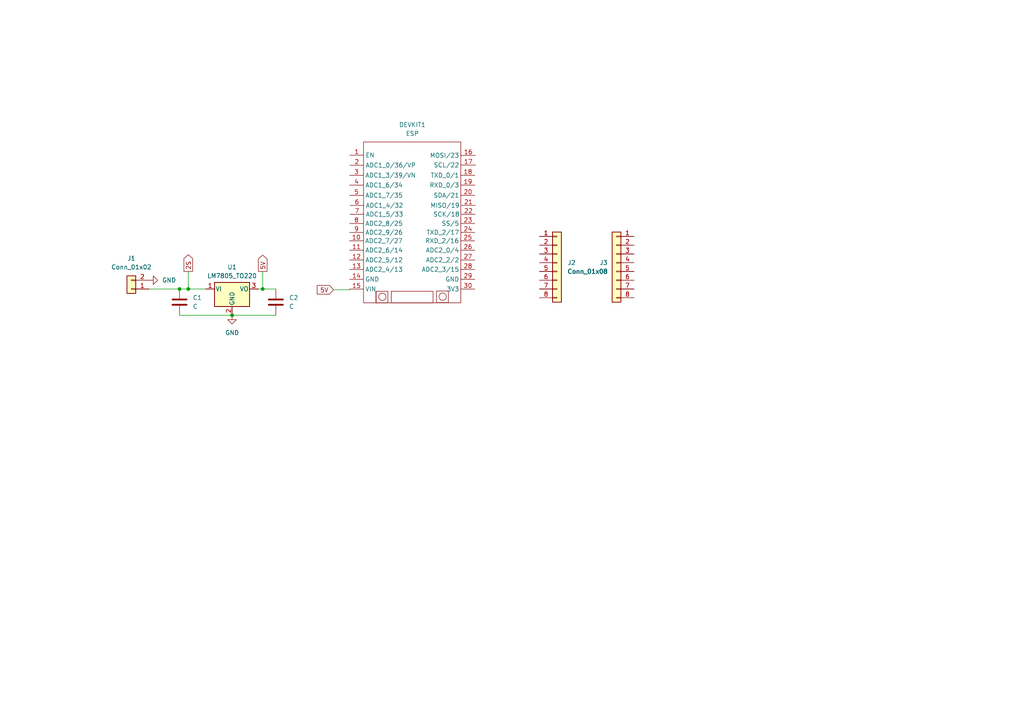
<source format=kicad_sch>
(kicad_sch (version 20231120) (generator "eeschema") (generator_version "8.0")
  (paper "A4")
  (lib_symbols
    (symbol "Connector_Generic:Conn_01x02" (pin_names (offset 1.016) hide)
      (property "Reference" "J" (at 0 2.54 0))
      (property "Value" "Conn_01x02" (at 0 -5.08 0))
      (symbol "Conn_01x02_1_1"
        (rectangle (start -1.27 -2.413) (end 0 -2.667) (stroke (width 0.1524)))
        (rectangle (start -1.27 0.127) (end 0 -0.127) (stroke (width 0.1524)))
        (rectangle (start -1.27 1.27) (end 1.27 -3.81) (stroke (width 0.254)) (fill (type background)))
        (pin passive line (at -5.08 0 0) (length 3.81) (name "Pin_1") (number "1"))
        (pin passive line (at -5.08 -2.54 0) (length 3.81) (name "Pin_2") (number "2"))
      )
    )
    (symbol "Connector_Generic:Conn_01x08" (pin_names (offset 1.016) hide)
      (property "Reference" "J" (at 0 10.16 0))
      (property "Value" "Conn_01x08" (at 0 -12.7 0))
      (symbol "Conn_01x08_1_1"
        (rectangle (start -1.27 -10.033) (end 0 -10.287) (stroke (width 0.1524)))
        (rectangle (start -1.27 -7.493) (end 0 -7.747) (stroke (width 0.1524)))
        (rectangle (start -1.27 -4.953) (end 0 -5.207) (stroke (width 0.1524)))
        (rectangle (start -1.27 -2.413) (end 0 -2.667) (stroke (width 0.1524)))
        (rectangle (start -1.27 0.127) (end 0 -0.127) (stroke (width 0.1524)))
        (rectangle (start -1.27 2.667) (end 0 2.413) (stroke (width 0.1524)))
        (rectangle (start -1.27 5.207) (end 0 4.953) (stroke (width 0.1524)))
        (rectangle (start -1.27 7.747) (end 0 7.493) (stroke (width 0.1524)))
        (rectangle (start -1.27 8.89) (end 1.27 -11.43) (stroke (width 0.254)) (fill (type background)))
        (pin passive line (at -5.08 7.62 0) (length 3.81) (name "Pin_1") (number "1"))
        (pin passive line (at -5.08 5.08 0) (length 3.81) (name "Pin_2") (number "2"))
        (pin passive line (at -5.08 2.54 0) (length 3.81) (name "Pin_3") (number "3"))
        (pin passive line (at -5.08 0 0) (length 3.81) (name "Pin_4") (number "4"))
        (pin passive line (at -5.08 -2.54 0) (length 3.81) (name "Pin_5") (number "5"))
        (pin passive line (at -5.08 -5.08 0) (length 3.81) (name "Pin_6") (number "6"))
        (pin passive line (at -5.08 -7.62 0) (length 3.81) (name "Pin_7") (number "7"))
        (pin passive line (at -5.08 -10.16 0) (length 3.81) (name "Pin_8") (number "8"))
      )
    )
    (symbol "Device:C" (pin_numbers hide) (pin_names (offset 0.254))
      (property "Reference" "C" (at 0.635 2.54 0))
      (property "Value" "C" (at 0.635 -2.54 0))
      (symbol "C_0_1"
        (polyline (pts (xy -2.032 -0.762) (xy 2.032 -0.762)) (stroke (width 0.508)))
        (polyline (pts (xy -2.032 0.762) (xy 2.032 0.762)) (stroke (width 0.508)))
      )
      (symbol "C_1_1"
        (pin passive line (at 0 3.81 270) (length 2.794) (name "~") (number "1"))
        (pin passive line (at 0 -3.81 90) (length 2.794) (name "~") (number "2"))
      )
    )
    (symbol "Regulator_Linear:LM7805_TO220" (pin_names (offset 0.254))
      (property "Reference" "U" (at -3.81 3.175 0))
      (property "Value" "LM7805_TO220" (at 0 3.175 0))
      (symbol "LM7805_TO220_0_1"
        (rectangle (start -5.08 1.905) (end 5.08 -5.08) (stroke (width 0.254)) (fill (type background)))
      )
      (symbol "LM7805_TO220_1_1"
        (pin power_in line (at -7.62 0 0) (length 2.54) (name "VI") (number "1"))
        (pin power_in line (at 0 -7.62 90) (length 2.54) (name "GND") (number "2"))
        (pin power_out line (at 7.62 0 180) (length 2.54) (name "VO") (number "3"))
      )
    )
    (symbol "esp32_devkit_v1_doit:ESP"
      (property "Reference" "DEVKIT1" (at -18.3261 9.017 0))
      (property "Value" "ESP" (at -18.3261 6.477 0))
      (symbol "ESP_0_1"
        (rectangle (start -32.4866 3.9116) (end -4.2672 -42.7482))
        (rectangle (start -28.8798 -39.3954) (end -25.4254 -42.7482))
        (rectangle (start -28.829 -42.799) (end -28.829 -39.3954))
        (circle (center -27.0256 -40.9956) (radius 1.0635))
        (rectangle (start -24.4348 -42.7482) (end -12.319 -39.3954))
        (rectangle (start -11.3284 -39.3192) (end -7.874 -42.672))
        (circle (center -9.525 -40.9448) (radius 1.0635))
      )
      (symbol "ESP_1_1"
        (pin output line (at -36.449 0.0762 0) (length 4) (name "EN") (number "1"))
        (pin output line (at -36.576 -24.765 0) (length 4) (name "ADC2_7/27") (number "10"))
        (pin output line (at -36.5252 -27.4828 0) (length 4) (name "ADC2_6/14") (number "11"))
        (pin output line (at -36.5252 -30.3276 0) (length 4) (name "ADC2_5/12") (number "12"))
        (pin output line (at -36.5252 -33.0708 0) (length 4) (name "ADC2_4/13") (number "13"))
        (pin output line (at -36.5252 -35.9156 0) (length 4) (name "GND") (number "14"))
        (pin output line (at -36.5252 -38.7604 0) (length 4) (name "VIN") (number "15"))
        (pin output line (at 0 0 180) (length 4.2) (name "MOSI/23") (number "16"))
        (pin output line (at 0 -2.794 180) (length 4.2) (name "SCL/22") (number "17"))
        (pin output line (at -0.2032 -5.7658 180) (length 4) (name "TXD_0/1") (number "18"))
        (pin output line (at -0.2032 -8.6106 180) (length 4) (name "RXD_0/3") (number "19"))
        (pin output line (at -36.449 -2.8448 0) (length 4) (name "ADC1_0/36/VP") (number "2"))
        (pin output line (at -0.2032 -11.5824 180) (length 4) (name "SDA/21") (number "20"))
        (pin output line (at -0.0762 -14.5034 180) (length 4) (name "MISO/19") (number "21"))
        (pin output line (at -0.0762 -17.0688 180) (length 4) (name "SCK/18") (number "22"))
        (pin output line (at -0.2032 -19.7358 180) (length 4) (name "SS/5") (number "23"))
        (pin output line (at -0.2032 -22.3266 180) (length 4) (name "TXD_2/17") (number "24"))
        (pin output line (at -0.254 -24.765 180) (length 4) (name "RXD_2/16") (number "25"))
        (pin output line (at -0.2032 -27.4828 180) (length 4) (name "ADC2_0/4") (number "26"))
        (pin output line (at -0.2032 -30.3276 180) (length 4) (name "ADC2_2/2") (number "27"))
        (pin output line (at -0.2032 -33.0708 180) (length 4) (name "ADC2_3/15") (number "28"))
        (pin output line (at -0.2032 -35.9156 180) (length 4) (name "GND") (number "29"))
        (pin output line (at -36.5252 -5.7658 0) (length 4) (name "ADC1_3/39/VN") (number "3"))
        (pin output line (at -0.2032 -38.7604 180) (length 4) (name "3V3") (number "30"))
        (pin output line (at -36.5252 -8.6106 0) (length 4) (name "ADC1_6/34") (number "4"))
        (pin output line (at -36.5252 -11.5824 0) (length 4) (name "ADC1_7/35") (number "5"))
        (pin output line (at -36.3982 -14.5034 0) (length 4) (name "ADC1_4/32") (number "6"))
        (pin output line (at -36.3982 -17.0688 0) (length 4) (name "ADC1_5/33") (number "7"))
        (pin output line (at -36.5252 -19.7358 0) (length 4) (name "ADC2_8/25") (number "8"))
        (pin output line (at -36.5252 -22.3266 0) (length 4) (name "ADC2_9/26") (number "9"))
      )
    )
    (symbol "power:GND" (power) (pin_numbers hide) (pin_names (offset 0) hide)
      (property "Value" "GND" (at 0 -3.81 0))
      (symbol "GND_0_1"
        (polyline (pts (xy 0 0) (xy 0 -1.27) (xy 1.27 -1.27) (xy 0 -2.54) (xy -1.27 -1.27) (xy 0 -1.27)))
      )
      (symbol "GND_1_1"
        (pin power_in line (at 0 0 270) (length 0) (name "~") (number "1"))
      )
    )
  )
  (junction (at 52.07 83.82))
  (junction (at 76.2 83.82))
  (junction (at 54.61 83.82))
  (junction (at 67.31 91.44))
  (wire (pts (xy 54.61 78.74) (xy 54.61 83.82)))
  (wire (pts (xy 43.18 83.82) (xy 52.07 83.82)))
  (wire (pts (xy 67.31 91.44) (xy 80.01 91.44)))
  (wire (pts (xy 76.2 83.82) (xy 80.01 83.82)))
  (wire (pts (xy 101.3968 84.074) (xy 101.3968 83.8454)))
  (wire (pts (xy 52.07 83.82) (xy 54.61 83.82)))
  (wire (pts (xy 101.346 84.0486) (xy 96.7232 84.0486)))
  (wire (pts (xy 101.346 84.0486) (xy 101.346 84.074)))
  (wire (pts (xy 76.2 78.74) (xy 76.2 83.82)))
  (wire (pts (xy 101.346 84.074) (xy 101.3968 84.074)))
  (wire (pts (xy 54.61 83.82) (xy 59.69 83.82)))
  (wire (pts (xy 74.93 83.82) (xy 76.2 83.82)))
  (wire (pts (xy 52.07 91.44) (xy 67.31 91.44)))
  (global_label "5V" (shape output) (at 76.2 78.74 90) (property "Intersheetrefs" "${INTERSHEET_REFS}" (effects (hide yes))))
  (global_label "5V" (shape input) (at 96.7232 84.0486 180) (property "Intersheetrefs" "${INTERSHEET_REFS}" (effects (hide yes))))
  (global_label "2S" (shape output) (at 54.61 78.74 90) (property "Intersheetrefs" "${INTERSHEET_REFS}" (effects (hide yes))))
  (symbol (lib_id "Device:C") (at 52.07 87.63 0) (unit 1)
    (property "Reference" "C1" (at 55.88 86.3599 0) (effects (justify left)))
    (property "Value" "C" (at 55.88 88.8999 0) (effects (justify left)))
    (property "Description" "Unpolarized capacitor" (effects (hide yes)))
  )
  (symbol (lib_id "Connector_Generic:Conn_01x08") (at 161.544 76.2 0) (unit 1)
    (property "Reference" "J2" (at 164.592 76.1999 0) (effects (justify left)))
    (property "Value" "Conn_01x08" (at 164.592 78.7399 0) (effects (justify left)))
    (property "Description" "Generic connector, single row, 01x08, script generated (kicad-library-utils/schlib/autogen/connector/)" (effects (hide yes)))
  )
  (symbol (lib_id "power:GND") (at 67.31 91.44 0) (unit 1)
    (property "Reference" "#PWR01" (effects (hide yes)))
    (property "Value" "GND" (at 67.31 96.52 0))
    (property "Description" "Power symbol creates a global label with name \"GND\" , ground" (effects (hide yes)))
  )
  (symbol (lib_id "esp32_devkit_v1_doit:ESP") (at 137.922 45.085 0) (unit 1)
    (property "Reference" "DEVKIT1" (at 119.5959 36.195 0))
    (property "Value" "ESP" (at 119.5959 38.735 0))
  )
  (symbol (lib_id "Device:C") (at 80.01 87.63 0) (unit 1)
    (property "Reference" "C2" (at 83.82 86.3599 0) (effects (justify left)))
    (property "Value" "C" (at 83.82 88.8999 0) (effects (justify left)))
    (property "Description" "Unpolarized capacitor" (effects (hide yes)))
  )
  (symbol (lib_id "power:GND") (at 43.18 81.28 90) (unit 1)
    (property "Reference" "#PWR02" (effects (hide yes)))
    (property "Value" "GND" (at 46.99 81.2799 90) (effects (justify right)))
    (property "Description" "Power symbol creates a global label with name \"GND\" , ground" (effects (hide yes)))
  )
  (symbol (lib_id "Connector_Generic:Conn_01x02") (at 38.1 83.82 180) (unit 1)
    (property "Reference" "J1" (at 38.1 74.93 0))
    (property "Value" "Conn_01x02" (at 38.1 77.47 0))
    (property "Description" "Generic connector, single row, 01x02, script generated (kicad-library-utils/schlib/autogen/connector/)" (effects (hide yes)))
  )
  (symbol (lib_id "Regulator_Linear:LM7805_TO220") (at 67.31 83.82 0) (unit 1)
    (property "Reference" "U1" (at 67.31 77.47 0))
    (property "Value" "LM7805_TO220" (at 67.31 80.01 0))
    (property "Footprint" "Package_TO_SOT_THT:TO-220-3_Vertical" (effects (hide yes)))
    (property "Datasheet" "https://www.onsemi.cn/PowerSolutions/document/MC7800-D.PDF" (effects (hide yes)))
    (property "Description" "Positive 1A 35V Linear Regulator, Fixed Output 5V, TO-220" (effects (hide yes)))
  )
  (symbol (lib_id "Connector_Generic:Conn_01x08") (at 178.816 76.2 0) (mirror y) (unit 1)
    (property "Reference" "J3" (at 176.276 76.1999 0) (effects (justify left)))
    (property "Value" "Conn_01x08" (at 176.276 78.7399 0) (effects (justify left)))
    (property "Description" "Generic connector, single row, 01x08, script generated (kicad-library-utils/schlib/autogen/connector/)" (effects (hide yes)))
  )
)
</source>
